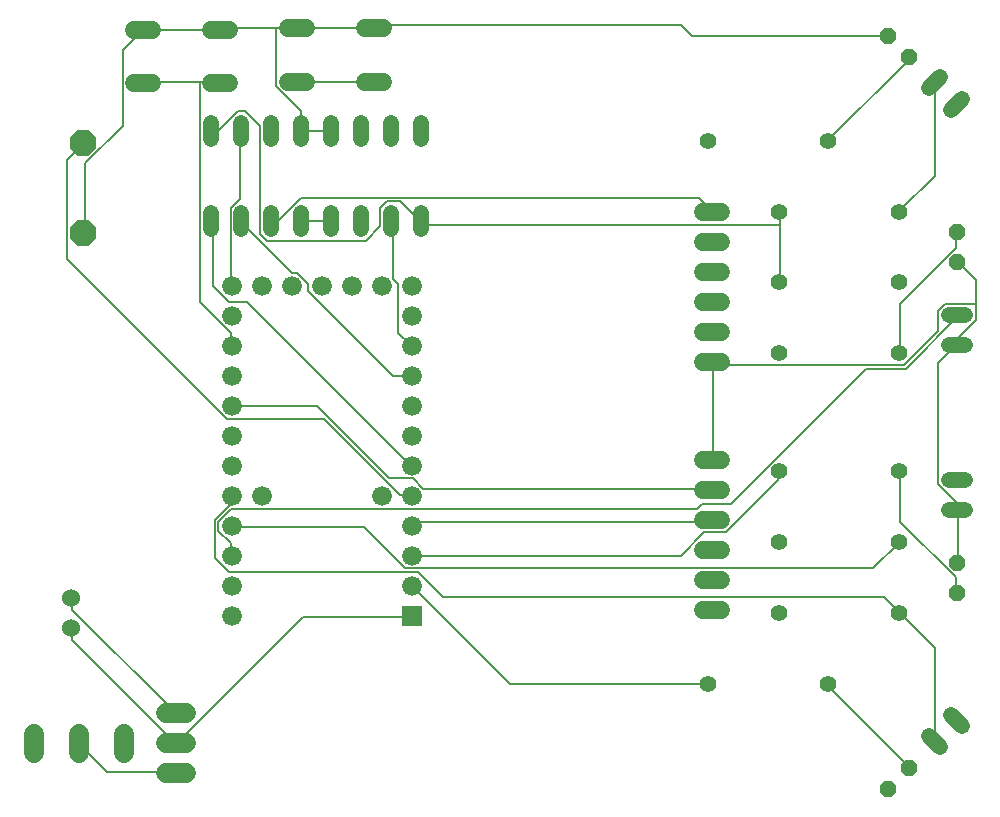
<source format=gbr>
G04 EAGLE Gerber RS-274X export*
G75*
%MOMM*%
%FSLAX34Y34*%
%LPD*%
%INTop Copper*%
%IPPOS*%
%AMOC8*
5,1,8,0,0,1.08239X$1,22.5*%
G01*
%ADD10C,1.524000*%
%ADD11P,2.336880X8X112.500000*%
%ADD12C,1.320800*%
%ADD13C,1.676400*%
%ADD14P,1.429621X8X157.500000*%
%ADD15P,1.429621X8X292.500000*%
%ADD16P,1.429621X8X112.500000*%
%ADD17P,1.429621X8X247.500000*%
%ADD18C,1.400000*%
%ADD19C,1.524000*%
%ADD20R,1.676400X1.676400*%
%ADD21C,1.676400*%
%ADD22C,0.152400*%


D10*
X80000Y167300D03*
X80000Y192700D03*
D11*
X90000Y501900D03*
X90000Y578100D03*
D12*
X198400Y518504D02*
X198400Y505296D01*
X223800Y505296D02*
X223800Y518504D01*
X249200Y518504D02*
X249200Y505296D01*
X274600Y505296D02*
X274600Y518504D01*
X300000Y518504D02*
X300000Y505296D01*
X325400Y505296D02*
X325400Y518504D01*
X350800Y518504D02*
X350800Y505296D01*
X376200Y505296D02*
X376200Y518504D01*
X376200Y581496D02*
X376200Y594704D01*
X350800Y594704D02*
X350800Y581496D01*
X325400Y581496D02*
X325400Y594704D01*
X300000Y594704D02*
X300000Y581496D01*
X274600Y581496D02*
X274600Y594704D01*
X249200Y594704D02*
X249200Y581496D01*
X223800Y581496D02*
X223800Y594704D01*
X198400Y594704D02*
X198400Y581496D01*
D13*
X176782Y95400D02*
X160018Y95400D01*
X160018Y70000D02*
X176782Y70000D01*
X176782Y44600D02*
X160018Y44600D01*
D14*
X788980Y651020D03*
X771020Y668980D03*
D15*
X830000Y502700D03*
X830000Y477300D03*
D16*
X830000Y197300D03*
X830000Y222700D03*
D17*
X788980Y48980D03*
X771020Y31020D03*
D18*
X780800Y520000D03*
X679200Y520000D03*
X780800Y180000D03*
X679200Y180000D03*
X780800Y460000D03*
X679200Y460000D03*
X780800Y240000D03*
X679200Y240000D03*
X720800Y580000D03*
X619200Y580000D03*
X780800Y400000D03*
X679200Y400000D03*
X780800Y300000D03*
X679200Y300000D03*
X720800Y120000D03*
X619200Y120000D03*
D19*
X148608Y674106D02*
X133368Y674106D01*
X133368Y628894D02*
X148608Y628894D01*
X198392Y674106D02*
X213632Y674106D01*
X213632Y628894D02*
X198392Y628894D01*
X263368Y675206D02*
X278608Y675206D01*
X278608Y629994D02*
X263368Y629994D01*
X328392Y675206D02*
X343632Y675206D01*
X343632Y629994D02*
X328392Y629994D01*
D13*
X48100Y78082D02*
X48100Y61318D01*
X86200Y61318D02*
X86200Y78082D01*
X124300Y78082D02*
X124300Y61318D01*
D19*
X614680Y392900D02*
X629920Y392900D01*
X629920Y418300D02*
X614680Y418300D01*
X614680Y443700D02*
X629920Y443700D01*
X629920Y469100D02*
X614680Y469100D01*
X614680Y494500D02*
X629920Y494500D01*
X629920Y519900D02*
X614680Y519900D01*
X614680Y309400D02*
X629920Y309400D01*
X629920Y284000D02*
X614680Y284000D01*
X614680Y258600D02*
X629920Y258600D01*
X629920Y233200D02*
X614680Y233200D01*
X614680Y207800D02*
X629920Y207800D01*
X629920Y182400D02*
X614680Y182400D01*
D12*
X824311Y606350D02*
X833650Y615689D01*
X815689Y633650D02*
X806350Y624311D01*
X823396Y407300D02*
X836604Y407300D01*
X836604Y432700D02*
X823396Y432700D01*
X823396Y267300D02*
X836604Y267300D01*
X836604Y292700D02*
X823396Y292700D01*
X824311Y93650D02*
X833650Y84311D01*
X815689Y66350D02*
X806350Y75689D01*
D20*
X368300Y177800D03*
D21*
X368300Y304800D03*
X368300Y381000D03*
X368300Y406400D03*
X368300Y330200D03*
X368300Y355600D03*
X241300Y457200D03*
X342900Y457200D03*
X215900Y457200D03*
X215900Y431800D03*
X368300Y431800D03*
X368300Y457200D03*
X215900Y330200D03*
X215900Y304800D03*
X215900Y279400D03*
X215900Y254000D03*
X215900Y228600D03*
X215900Y203200D03*
X241300Y279400D03*
X292100Y457200D03*
X342900Y279400D03*
X368300Y203200D03*
X368300Y228600D03*
X368300Y254000D03*
X368300Y279400D03*
X215900Y406400D03*
X215900Y381000D03*
X215900Y355600D03*
X215900Y177800D03*
X317500Y457200D03*
X266700Y457200D03*
D22*
X830580Y266700D02*
X830580Y224028D01*
X830000Y222700D01*
X830580Y266700D02*
X830000Y267300D01*
X623316Y390144D02*
X623316Y391668D01*
X623316Y390144D02*
X623316Y310896D01*
X622300Y309400D01*
X623316Y391668D02*
X622300Y392900D01*
X830580Y408432D02*
X830580Y413004D01*
X845820Y428244D01*
X845820Y441960D02*
X845820Y461772D01*
X845820Y441960D02*
X845820Y428244D01*
X845820Y461772D02*
X830580Y477012D01*
X830580Y408432D02*
X830000Y407300D01*
X830580Y477012D02*
X830000Y477300D01*
X784860Y390144D02*
X623316Y390144D01*
X784860Y390144D02*
X813816Y419100D01*
X813816Y435864D01*
X819912Y441960D01*
X845820Y441960D01*
X623316Y390144D02*
X622300Y392900D01*
X829056Y274320D02*
X829056Y268224D01*
X829056Y274320D02*
X813816Y289560D01*
X813816Y391668D01*
X829056Y406908D01*
X829056Y268224D02*
X830000Y267300D01*
X829056Y406908D02*
X830000Y407300D01*
X80772Y166116D02*
X80772Y156972D01*
X167640Y70104D01*
X80772Y166116D02*
X80000Y167300D01*
X167640Y70104D02*
X168400Y70000D01*
X275844Y176784D02*
X367284Y176784D01*
X275844Y176784D02*
X169164Y70104D01*
X367284Y176784D02*
X368300Y177800D01*
X169164Y70104D02*
X168400Y70000D01*
X275844Y512064D02*
X298704Y512064D01*
X275844Y512064D02*
X274600Y511900D01*
X298704Y512064D02*
X300000Y511900D01*
X298704Y588264D02*
X275844Y588264D01*
X274600Y588100D01*
X298704Y588264D02*
X300000Y588100D01*
X205740Y673608D02*
X141732Y673608D01*
X140988Y674106D01*
X205740Y673608D02*
X206012Y674106D01*
X207264Y675132D02*
X252984Y675132D01*
X269748Y675132D01*
X270988Y675206D01*
X207264Y675132D02*
X206012Y674106D01*
X271272Y675132D02*
X335280Y675132D01*
X336012Y675206D01*
X271272Y675132D02*
X270988Y675206D01*
X91440Y560832D02*
X91440Y502920D01*
X91440Y560832D02*
X123444Y592836D01*
X123444Y656844D01*
X140208Y673608D01*
X91440Y502920D02*
X90000Y501900D01*
X140208Y673608D02*
X140988Y674106D01*
X274320Y605028D02*
X274320Y588264D01*
X274320Y605028D02*
X252984Y626364D01*
X252984Y675132D01*
X274320Y588264D02*
X274600Y588100D01*
X605028Y669036D02*
X769620Y669036D01*
X605028Y669036D02*
X595884Y678180D01*
X338328Y678180D01*
X336804Y676656D01*
X769620Y669036D02*
X771020Y668980D01*
X336804Y676656D02*
X336012Y675206D01*
X451104Y120396D02*
X618744Y120396D01*
X451104Y120396D02*
X368300Y203200D01*
X618744Y120396D02*
X619200Y120000D01*
X595884Y228600D02*
X368300Y228600D01*
X595884Y228600D02*
X615696Y248412D01*
X633984Y248412D01*
X678180Y292608D01*
X678180Y298704D01*
X679200Y300000D01*
X810768Y550164D02*
X810768Y627888D01*
X810768Y550164D02*
X781812Y521208D01*
X810768Y627888D02*
X811020Y628980D01*
X781812Y521208D02*
X780800Y520000D01*
X214884Y239268D02*
X214884Y228600D01*
X214884Y239268D02*
X204216Y249936D01*
X204216Y257556D01*
X214884Y268224D01*
X609600Y268224D01*
X614172Y272796D01*
X638556Y272796D01*
X752856Y387096D01*
X786384Y387096D01*
X830580Y431292D01*
X215900Y228600D02*
X214884Y228600D01*
X830000Y432700D02*
X830580Y431292D01*
X327660Y252984D02*
X216408Y252984D01*
X327660Y252984D02*
X362712Y217932D01*
X758952Y217932D01*
X780288Y239268D01*
X216408Y252984D02*
X215900Y254000D01*
X780288Y239268D02*
X780800Y240000D01*
X199644Y457200D02*
X199644Y510540D01*
X199644Y457200D02*
X213360Y443484D01*
X228600Y443484D01*
X367284Y304800D01*
X199644Y510540D02*
X198400Y511900D01*
X367284Y304800D02*
X368300Y304800D01*
X266700Y467868D02*
X224028Y510540D01*
X266700Y467868D02*
X271272Y467868D01*
X280416Y458724D01*
X280416Y452628D01*
X352044Y381000D01*
X368300Y381000D01*
X224028Y510540D02*
X223800Y511900D01*
X352044Y510540D02*
X352044Y463296D01*
X356616Y458724D01*
X356616Y417576D01*
X367284Y406908D01*
X352044Y510540D02*
X350800Y511900D01*
X367284Y406908D02*
X368300Y406400D01*
X222504Y530352D02*
X222504Y586740D01*
X222504Y530352D02*
X214884Y522732D01*
X214884Y457200D01*
X222504Y586740D02*
X223800Y588100D01*
X215900Y457200D02*
X214884Y457200D01*
X80772Y192024D02*
X80772Y182880D01*
X167640Y96012D01*
X80772Y192024D02*
X80000Y192700D01*
X167640Y96012D02*
X168400Y95400D01*
X787908Y647700D02*
X787908Y650748D01*
X787908Y647700D02*
X720852Y580644D01*
X787908Y650748D02*
X788980Y651020D01*
X720852Y580644D02*
X720800Y580000D01*
X829056Y501396D02*
X829056Y489204D01*
X781812Y441960D01*
X781812Y400812D01*
X829056Y501396D02*
X830000Y502700D01*
X781812Y400812D02*
X780800Y400000D01*
X829056Y210312D02*
X829056Y198120D01*
X829056Y210312D02*
X781812Y257556D01*
X781812Y298704D01*
X829056Y198120D02*
X830000Y197300D01*
X781812Y298704D02*
X780800Y300000D01*
X205740Y629412D02*
X188976Y629412D01*
X141732Y629412D01*
X140988Y628894D01*
X205740Y629412D02*
X206012Y628894D01*
X214884Y417576D02*
X214884Y406908D01*
X214884Y417576D02*
X188976Y443484D01*
X188976Y629412D01*
X214884Y406908D02*
X215900Y406400D01*
X271272Y629412D02*
X335280Y629412D01*
X271272Y629412D02*
X270988Y629994D01*
X335280Y629412D02*
X336012Y629994D01*
X358140Y280416D02*
X367284Y280416D01*
X358140Y280416D02*
X294132Y344424D01*
X211836Y344424D01*
X76200Y480060D01*
X76200Y563880D01*
X89916Y577596D01*
X367284Y280416D02*
X368300Y279400D01*
X89916Y577596D02*
X90000Y578100D01*
X679704Y519684D02*
X679704Y509016D01*
X679704Y460248D01*
X679200Y460000D01*
X679704Y519684D02*
X679200Y520000D01*
X204216Y588264D02*
X199644Y588264D01*
X204216Y588264D02*
X220980Y605028D01*
X227076Y605028D01*
X239268Y592836D01*
X239268Y501396D01*
X245364Y495300D01*
X329184Y495300D01*
X341376Y507492D01*
X341376Y522732D01*
X347472Y528828D01*
X358140Y528828D01*
X374904Y512064D01*
X199644Y588264D02*
X198400Y588100D01*
X374904Y512064D02*
X376200Y511900D01*
X377952Y509016D02*
X679704Y509016D01*
X377952Y509016D02*
X376428Y510540D01*
X376200Y511900D01*
X719328Y118872D02*
X787908Y50292D01*
X788980Y48980D01*
X720800Y120000D02*
X719328Y118872D01*
X810768Y150876D02*
X810768Y71628D01*
X810768Y150876D02*
X781812Y179832D01*
X810768Y71628D02*
X811020Y71020D01*
X781812Y179832D02*
X780800Y180000D01*
X214884Y272796D02*
X214884Y278892D01*
X214884Y272796D02*
X201168Y259080D01*
X201168Y227076D01*
X213360Y214884D01*
X373380Y214884D01*
X394716Y193548D01*
X768096Y193548D01*
X780288Y181356D01*
X215900Y279400D02*
X214884Y278892D01*
X780288Y181356D02*
X780800Y180000D01*
X167640Y45720D02*
X109728Y45720D01*
X86868Y68580D01*
X167640Y45720D02*
X168400Y44600D01*
X86868Y68580D02*
X86200Y69700D01*
X249936Y512064D02*
X254508Y512064D01*
X274320Y531876D01*
X611124Y531876D01*
X621792Y521208D01*
X249936Y512064D02*
X249200Y511900D01*
X621792Y521208D02*
X622300Y519900D01*
X621792Y284988D02*
X377952Y284988D01*
X368808Y294132D01*
X348996Y294132D01*
X288036Y355092D01*
X216408Y355092D01*
X621792Y284988D02*
X622300Y284000D01*
X216408Y355092D02*
X215900Y355600D01*
X371856Y257556D02*
X621792Y257556D01*
X371856Y257556D02*
X368300Y254000D01*
X621792Y257556D02*
X622300Y258600D01*
M02*

</source>
